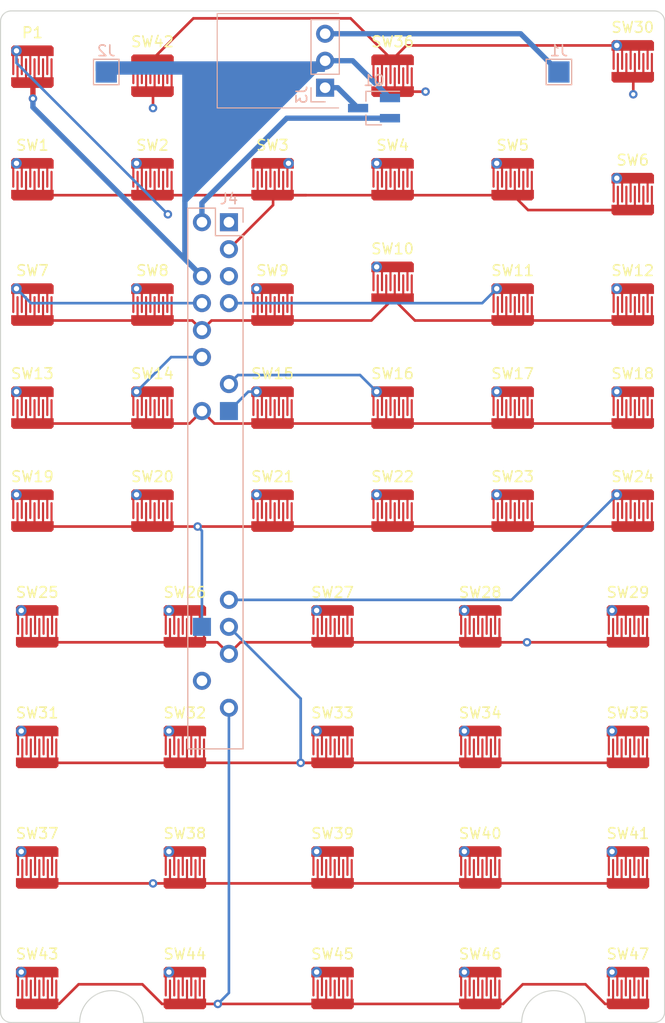
<source format=kicad_pcb>
(kicad_pcb (version 20221018) (generator pcbnew)
  (layers (0 "F.Cu" signal) (1 "In1.Cu" signal) (2 "In2.Cu" signal) (31 "B.Cu" signal) (34 "B.Paste" user) (35 "F.Paste" user) (36 "B.SilkS" user "B.Silkscreen") (37 "F.SilkS" user "F.Silkscreen") (38 "B.Mask" user) (39 "F.Mask" user) (44 "Edge.Cuts" user))
  (net 0 "")
  (net 1 "GPIO3")
  (net 2 "C1")
  (net 3 "R1")
  (net 4 "C2")
  (net 5 "C3")
  (net 6 "C4")
  (net 7 "C5")
  (net 8 "C6")
  (net 9 "R2")
  (net 10 "R3")
  (net 11 "R4")
  (net 12 "R5")
  (net 13 "R6")
  (net 14 "R7")
  (net 15 "R8")
  (net 16 "GNDPWR")
  (net 17 "Net-(J3-Pin_1)")
  (net 18 "+5V")
  (net 19 "+BATT")
  (net 20 "+3V3")
  (footprint "fx82:RubberDome_Switch" (layer "F.Cu") (at 75.25 79.9)
    (fp_text reference "SW7")
    (fp_text value "SW_Push" hide)
  )
  (footprint "fx82:RubberDome_Switch" (layer "F.Cu") (at 97.85 89.6)
    (fp_text reference "SW15")
    (fp_text value "SW_Push" hide)
  )
  (footprint "fx82:RubberDome_Switch" (layer "F.Cu") (at 86.55 68.1)
    (fp_text reference "SW2")
    (fp_text value "SW_Push" hide)
  )
  (footprint "fx82:RubberDome_Switch" (layer "F.Cu") (at 131.75 89.6)
    (fp_text reference "SW18")
    (fp_text value "SW_Push" hide)
  )
  (footprint "fx82:RubberDome_Switch" (layer "F.Cu") (at 75.25 99.3)
    (fp_text reference "SW19")
    (fp_text value "SW_Push" hide)
  )
  (footprint "fx82:RubberDome_Switch_NoHole" (layer "F.Cu") (at 86.55 58.35)
    (fp_text reference "SW42")
    (fp_text value "Home" hide)
  )
  (footprint "fx82:RubberDome_Switch" (layer "F.Cu") (at 89.6 121.55)
    (fp_text reference "SW32")
    (fp_text value "SW_Push" hide)
  )
  (footprint "fx82:RubberDome_Switch" (layer "F.Cu") (at 120.45 68.1)
    (fp_text reference "SW5")
    (fp_text value "SW_Push" hide)
  )
  (footprint "fx82:RubberDome_Switch" (layer "F.Cu") (at 103.5 110.2)
    (fp_text reference "SW27")
    (fp_text value "SW_Push" hide)
  )
  (footprint "fx82:RubberDome_Switch" (layer "F.Cu") (at 103.5 132.9)
    (fp_text reference "SW39")
    (fp_text value "SW_Push" hide)
  )
  (footprint "fx82:RubberDome_Switch" (layer "F.Cu") (at 103.5 144.25)
    (fp_text reference "SW45")
    (fp_text value "SW_Push" hide)
  )
  (footprint "fx82:RubberDome_Switch" (layer "F.Cu") (at 103.5 121.55)
    (fp_text reference "SW33")
    (fp_text value "SW_Push" hide)
  )
  (footprint "fx82:RubberDome_Switch" (layer "F.Cu") (at 75.7 110.2)
    (fp_text reference "SW25")
    (fp_text value "SW_Push" hide)
  )
  (footprint "Module:Raspberry_Pi_Zero_Socketed_THT_FaceDown_MountingHoles" (layer "F.Cu") (at 93.745 72.145)
    (fp_text reference "J4")
    (fp_text value "Raspberry_Pi_2_3")
  )
  (footprint "fx82:RubberDome_Switch" (layer "F.Cu") (at 75.7 144.25)
    (fp_text reference "SW43")
    (fp_text value "SW_Push" hide)
  )
  (footprint "fx82:RubberDome_Switch" (layer "F.Cu") (at 75.25 57.5)
    (fp_text reference "P1")
    (fp_text value "Power Button" hide)
  )
  (footprint "fx82:RubberDome_Switch" (layer "F.Cu") (at 86.55 89.6)
    (fp_text reference "SW14")
    (fp_text value "SW_Push" hide)
  )
  (footprint "fx82:RubberDome_Switch" (layer "F.Cu") (at 131.75 69.5)
    (fp_text reference "SW6")
    (fp_text value "SW_Push" hide)
  )
  (footprint "fx82:RubberDome_Switch" (layer "F.Cu") (at 75.7 132.9)
    (fp_text reference "SW37")
    (fp_text value "SW_Push" hide)
  )
  (footprint "fx82:RubberDome_Switch" (layer "F.Cu") (at 89.6 144.25)
    (fp_text reference "SW44")
    (fp_text value "SW_Push" hide)
  )
  (footprint "fx82:RubberDome_Switch" (layer "F.Cu") (at 97.85 79.9)
    (fp_text reference "SW9")
    (fp_text value "SW_Push" hide)
  )
  (footprint "fx82:RubberDome_Switch" (layer "F.Cu") (at 131.3 132.9)
    (fp_text reference "SW41")
    (fp_text value "SW_Push" hide)
  )
  (footprint "fx82:RubberDome_Switch" (layer "F.Cu") (at 89.6 132.9)
    (fp_text reference "SW38")
    (fp_text value "SW_Push" hide)
  )
  (footprint "fx82:RubberDome_Switch" (layer "F.Cu") (at 97.85 99.3)
    (fp_text reference "SW21")
    (fp_text value "SW_Push" hide)
  )
  (footprint "fx82:RubberDome_Switch" (layer "F.Cu") (at 75.25 68.1)
    (fp_text reference "SW1")
    (fp_text value "SW_Push" hide)
  )
  (footprint "fx82:RubberDome_Switch" (layer "F.Cu") (at 86.55 79.9)
    (fp_text reference "SW8")
    (fp_text value "SW_Push" hide)
  )
  (footprint "fx82:RubberDome_Switch" (layer "F.Cu") (at 97.85 68.1)
    (fp_text reference "SW3")
    (fp_text value "SW_Push" hide)
  )
  (footprint "fx82:RubberDome_Switch" (layer "F.Cu") (at 131.3 110.2)
    (fp_text reference "SW29")
    (fp_text value "SW_Push" hide)
  )
  (footprint "fx82:RubberDome_Switch" (layer "F.Cu") (at 75.7 121.55)
    (fp_text reference "SW31")
    (fp_text value "SW_Push" hide)
  )
  (footprint "fx82:RubberDome_Switch" (layer "F.Cu") (at 131.3 121.55)
    (fp_text reference "SW35")
    (fp_text value "SW_Push" hide)
  )
  (footprint "fx82:RubberDome_Switch" (layer "F.Cu") (at 75.25 89.6)
    (fp_text reference "SW13")
    (fp_text value "SW_Push" hide)
  )
  (footprint "fx82:RubberDome_Switch" (layer "F.Cu") (at 131.3 144.25)
    (fp_text reference "SW47")
    (fp_text value "SW_Push" hide)
  )
  (footprint "fx82:RubberDome_Switch" (layer "F.Cu") (at 117.4 121.55)
    (fp_text reference "SW34")
    (fp_text value "SW_Push" hide)
  )
  (footprint "fx82:RubberDome_Switch" (layer "F.Cu") (at 131.75 57)
    (fp_text reference "SW30")
    (fp_text value "Previous" hide)
  )
  (footprint "fx82:RubberDome_Switch" (layer "F.Cu") (at 109.15 68.1)
    (fp_text reference "SW4")
    (fp_text value "SW_Push" hide)
  )
  (footprint "fx82:RubberDome_Switch" (layer "F.Cu") (at 109.15 77.85)
    (fp_text reference "SW10")
    (fp_text value "SW_Push" hide)
  )
  (footprint "fx82:RubberDome_Switch" (layer "F.Cu") (at 131.75 79.9)
    (fp_text reference "SW12")
    (fp_text value "SW_Push" hide)
  )
  (footprint "fx82:RubberDome_Switch_NoHole" (layer "F.Cu") (at 109.15 58.35)
    (fp_text reference locked "SW36")
    (fp_text value "UpArrow" hide)
  )
  (footprint "fx82:RubberDome_Switch" (layer "F.Cu") (at 120.45 79.9)
    (fp_text reference "SW11")
    (fp_text value "SW_Push" hide)
  )
  (footprint "fx82:RubberDome_Switch" (layer "F.Cu") (at 109.15 89.6)
    (fp_text reference "SW16")
    (fp_text value "SW_Push" hide)
  )
  (footprint "fx82:RubberDome_Switch" (layer "F.Cu") (at 89.6 110.2)
    (fp_text reference "SW26")
    (fp_text value "SW_Push" hide)
  )
  (footprint "fx82:RubberDome_Switch" (layer "F.Cu") (at 120.45 89.6)
    (fp_text reference "SW17")
    (fp_text value "SW_Push" hide)
  )
  (footprint "fx82:RubberDome_Switch" (layer "F.Cu") (at 117.4 132.9)
    (fp_text reference "SW40")
    (fp_text value "SW_Push" hide)
  )
  (footprint "fx82:RubberDome_Switch" (layer "F.Cu") (at 109.15 99.3)
    (fp_text reference "SW22")
    (fp_text value "SW_Push" hide)
  )
  (footprint "fx82:RubberDome_Switch" (layer "F.Cu") (at 117.4 110.2)
    (fp_text reference "SW28")
    (fp_text value "SW_Push" hide)
  )
  (footprint "fx82:RubberDome_Switch" (layer "F.Cu") (at 120.45 99.3)
    (fp_text reference "SW23")
    (fp_text value "SW_Push" hide)
  )
  (footprint "fx82:RubberDome_Switch" (layer "F.Cu") (at 117.4 144.25)
    (fp_text reference "SW46")
    (fp_text value "SW_Push" hide)
  )
  (footprint "fx82:RubberDome_Switch" (layer "F.Cu") (at 131.75 99.3)
    (fp_text reference "SW24")
    (fp_text value "SW_Push" hide)
  )
  (footprint "fx82:RubberDome_Switch" (layer "F.Cu") (at 86.55 99.3)
    (fp_text reference "SW20")
    (fp_text value "SW_Push" hide)
  )
  (footprint "Connector_PinHeader_2.54mm:PinHeader_1x03_P2.54mm_Vertical" (layer "B.Cu") (at 102.8 59.48)
    (fp_text reference "J3")
    (fp_text value "U1V10F5")
  )
  (footprint "TestPoint:TestPoint_Pad_2.0x2.0mm" (layer "B.Cu") (at 124.8 58 180)
    (fp_text reference "J1")
    (fp_text value "VBAT")
  )
  (footprint "Package_TO_SOT_SMD:SOT-23_Handsoldering" (layer "B.Cu") (at 107.4 61.4 180)
    (fp_text reference "Q1")
    (fp_text value "MMFTP3401")
  )
  (footprint "TestPoint:TestPoint_Pad_2.0x2.0mm" (layer "B.Cu") (at 82.2 58 180)
    (fp_text reference "J2")
    (fp_text value "GND")
  )
  (gr_line (start 104.07 61.385) (end 92.64 61.385) (stroke (width 0.1)) (layer "B.SilkS"))
  (gr_line (start 92.64 61.385) (end 92.64 52.495) (stroke (width 0.1)) (layer "B.SilkS"))
  (gr_line (start 92.64 52.495) (end 104.07 52.495) (stroke (width 0.1)) (layer "B.SilkS"))
  (gr_line (start 85.7 147.5) (end 121.3 147.5) (stroke (width 0.1)) (layer "Edge.Cuts"))
  (gr_arc (start 73.250001 147.499999) (mid 72.542894 147.207106) (end 72.250001 146.499999) (stroke (width 0.1)) (layer "Edge.Cuts"))
  (gr_arc (start 121.3 147.5) (mid 124.3 144.5) (end 127.3 147.5) (stroke (width 0.1)) (layer "Edge.Cuts"))
  (gr_line (start 133.75 52.25) (end 73.250001 52.249999) (stroke (width 0.1)) (layer "Edge.Cuts"))
  (gr_line (start 73.250001 147.499999) (end 79.7 147.5) (stroke (width 0.1)) (layer "Edge.Cuts"))
  (gr_arc (start 133.75 52.25) (mid 134.457107 52.542893) (end 134.75 53.25) (stroke (width 0.1)) (layer "Edge.Cuts"))
  (gr_arc (start 72.250001 53.249999) (mid 72.542895 52.542893) (end 73.250001 52.249999) (stroke (width 0.1)) (layer "Edge.Cuts"))
  (gr_line (start 72.250001 53.249999) (end 72.250001 146.499999) (stroke (width 0.1)) (layer "Edge.Cuts"))
  (gr_arc (start 79.7 147.5) (mid 82.7 144.5) (end 85.7 147.5) (stroke (width 0.1)) (layer "Edge.Cuts"))
  (gr_arc (start 134.75 146.5) (mid 134.457107 147.207107) (end 133.75 147.5) (stroke (width 0.1)) (layer "Edge.Cuts"))
  (gr_line (start 134.75 146.5) (end 134.75 53.25) (stroke (width 0.1)) (layer "Edge.Cuts"))
  (gr_line (start 127.3 147.5) (end 133.75 147.5) (stroke (width 0.1)) (layer "Edge.Cuts"))
  (via (at 88 71.4) (size 0.8) (drill 0.4) (layers "F.Cu" "B.Cu") (net 1))
  (segment (start 73.75 57.15) (end 73.75 56) (width 0.25) (layer "B.Cu") (net 1))
  (segment (start 88 71.4) (end 73.75 57.15) (width 0.25) (layer "B.Cu") (net 1))
  (segment (start 73.75 78.4) (end 75.115 79.765) (width 0.25) (layer "B.Cu") (net 2))
  (segment (start 75.115 79.765) (end 91.205 79.765) (width 0.25) (layer "B.Cu") (net 2))
  (segment (start 97.9 70.53) (end 97.9 69.6) (width 0.25) (layer "F.Cu") (net 3))
  (segment (start 75.3 69.6) (end 101 69.6) (width 0.25) (layer "F.Cu") (net 3))
  (segment (start 97.9 69.6) (end 101 69.6) (width 0.25) (layer "F.Cu") (net 3))
  (segment (start 121.9 71) (end 131.8 71) (width 0.25) (layer "F.Cu") (net 3))
  (segment (start 101 69.6) (end 120.5 69.6) (width 0.25) (layer "F.Cu") (net 3))
  (segment (start 93.745 74.685) (end 97.9 70.53) (width 0.25) (layer "F.Cu") (net 3))
  (segment (start 120.5 69.6) (end 121.9 71) (width 0.25) (layer "F.Cu") (net 3))
  (segment (start 88.305 84.845) (end 85.05 88.1) (width 0.25) (layer "B.Cu") (net 4))
  (segment (start 91.205 84.845) (end 88.305 84.845) (width 0.25) (layer "B.Cu") (net 4))
  (segment (start 95.57 88.1) (end 93.745 89.925) (width 0.25) (layer "B.Cu") (net 5))
  (segment (start 96.35 88.1) (end 95.57 88.1) (width 0.25) (layer "B.Cu") (net 5))
  (segment (start 93.745 87.385) (end 94.595 86.535) (width 0.25) (layer "B.Cu") (net 6))
  (segment (start 106.085 86.535) (end 107.65 88.1) (width 0.25) (layer "B.Cu") (net 6))
  (segment (start 94.595 86.535) (end 106.085 86.535) (width 0.25) (layer "B.Cu") (net 6))
  (segment (start 93.745 79.765) (end 117.585 79.765) (width 0.25) (layer "B.Cu") (net 7))
  (segment (start 117.585 79.765) (end 118.95 78.4) (width 0.25) (layer "B.Cu") (net 7))
  (segment (start 109.1 56.85) (end 110.45 55.5) (width 0.25) (layer "F.Cu") (net 8))
  (segment (start 110.45 55.5) (end 131.7 55.5) (width 0.25) (layer "F.Cu") (net 8))
  (segment (start 90.4 52.95) (end 105.2 52.95) (width 0.25) (layer "F.Cu") (net 8))
  (segment (start 86.5 56.85) (end 90.4 52.95) (width 0.25) (layer "F.Cu") (net 8))
  (segment (start 105.2 52.95) (end 109.1 56.85) (width 0.25) (layer "F.Cu") (net 8))
  (segment (start 93.745 107.705) (end 120.345 107.705) (width 0.25) (layer "B.Cu") (net 8))
  (segment (start 120.345 107.705) (end 130.25 97.8) (width 0.25) (layer "B.Cu") (net 8))
  (segment (start 90.3 81.4) (end 91.205 82.305) (width 0.25) (layer "F.Cu") (net 9))
  (segment (start 92.11 81.4) (end 97.9 81.4) (width 0.25) (layer "F.Cu") (net 9))
  (segment (start 91.205 82.305) (end 92.11 81.4) (width 0.25) (layer "F.Cu") (net 9))
  (segment (start 111.25 81.4) (end 131.8 81.4) (width 0.25) (layer "F.Cu") (net 9))
  (segment (start 107.15 81.4) (end 109.2 79.35) (width 0.25) (layer "F.Cu") (net 9))
  (segment (start 75.3 81.4) (end 86.6 81.4) (width 0.25) (layer "F.Cu") (net 9))
  (segment (start 86.6 81.4) (end 90.3 81.4) (width 0.25) (layer "F.Cu") (net 9))
  (segment (start 97.9 81.4) (end 107.15 81.4) (width 0.25) (layer "F.Cu") (net 9))
  (segment (start 109.2 79.35) (end 111.25 81.4) (width 0.25) (layer "F.Cu") (net 9))
  (segment (start 86.6 91.1) (end 90.03 91.1) (width 0.25) (layer "F.Cu") (net 10))
  (segment (start 90.03 91.1) (end 91.205 89.925) (width 0.25) (layer "F.Cu") (net 10))
  (segment (start 86.6 91.1) (end 75.3 91.1) (width 0.25) (layer "F.Cu") (net 10))
  (segment (start 92.38 91.1) (end 91.205 89.925) (width 0.25) (layer "F.Cu") (net 10))
  (segment (start 97.9 91.1) (end 92.38 91.1) (width 0.25) (layer "F.Cu") (net 10))
  (segment (start 131.8 91.1) (end 97.9 91.1) (width 0.25) (layer "F.Cu") (net 10))
  (segment (start 90.8 100.8) (end 131.8 100.8) (width 0.25) (layer "F.Cu") (net 11))
  (segment (start 75.3 100.8) (end 90.8 100.8) (width 0.25) (layer "F.Cu") (net 11))
  (via (at 90.8 100.8) (size 0.8) (drill 0.4) (layers "F.Cu" "B.Cu") (net 11))
  (segment (start 91.205 101.205) (end 90.8 100.8) (width 0.25) (layer "B.Cu") (net 11))
  (segment (start 91.205 110.245) (end 91.205 101.205) (width 0.25) (layer "B.Cu") (net 11))
  (segment (start 93.745 112.785) (end 94.83 111.7) (width 0.25) (layer "F.Cu") (net 12))
  (segment (start 121.8 111.7) (end 131.35 111.7) (width 0.25) (layer "F.Cu") (net 12))
  (segment (start 103.55 111.7) (end 121.8 111.7) (width 0.25) (layer "F.Cu") (net 12))
  (segment (start 94.83 111.7) (end 103.55 111.7) (width 0.25) (layer "F.Cu") (net 12))
  (segment (start 89.65 111.7) (end 92.66 111.7) (width 0.25) (layer "F.Cu") (net 12))
  (segment (start 92.66 111.7) (end 93.745 112.785) (width 0.25) (layer "F.Cu") (net 12))
  (segment (start 131.8 58.5) (end 131.8 60.1) (width 0.25) (layer "F.Cu") (net 12))
  (segment (start 75.75 111.7) (end 89.65 111.7) (width 0.25) (layer "F.Cu") (net 12))
  (via (at 121.8 111.7) (size 0.8) (drill 0.4) (layers "F.Cu" "B.Cu") (net 12))
  (via (at 131.8 60.1) (size 0.8) (drill 0.4) (layers "F.Cu" "B.Cu") (net 12))
  (segment (start 103.55 123.05) (end 100.5 123.05) (width 0.25) (layer "F.Cu") (net 13))
  (segment (start 75.75 123.05) (end 100.5 123.05) (width 0.25) (layer "F.Cu") (net 13))
  (segment (start 109.2 59.85) (end 112.25 59.85) (width 0.25) (layer "F.Cu") (net 13))
  (segment (start 100.5 123.05) (end 131.35 123.05) (width 0.25) (layer "F.Cu") (net 13))
  (via (at 112.25 59.85) (size 0.8) (drill 0.4) (layers "F.Cu" "B.Cu") (net 13))
  (via (at 100.5 123.05) (size 0.8) (drill 0.4) (layers "F.Cu" "B.Cu") (net 13))
  (segment (start 100.5 123.05) (end 100.5 117) (width 0.25) (layer "B.Cu") (net 13))
  (segment (start 100.5 117) (end 93.745 110.245) (width 0.25) (layer "B.Cu") (net 13))
  (segment (start 75.75 134.4) (end 86.6 134.4) (width 0.25) (layer "F.Cu") (net 14))
  (segment (start 86.6 134.4) (end 131.35 134.4) (width 0.25) (layer "F.Cu") (net 14))
  (segment (start 86.6 59.85) (end 86.6 61.4) (width 0.25) (layer "F.Cu") (net 14))
  (via (at 86.6 61.4) (size 0.8) (drill 0.4) (layers "F.Cu" "B.Cu") (net 14))
  (via (at 86.6 134.4) (size 0.8) (drill 0.4) (layers "F.Cu" "B.Cu") (net 14))
  (segment (start 89.65 145.75) (end 87.45 145.75) (width 0.25) (layer "F.Cu") (net 15))
  (segment (start 131.35 145.75) (end 129.15 145.75) (width 0.25) (layer "F.Cu") (net 15))
  (segment (start 79.6 143.9) (end 77.75 145.75) (width 0.25) (layer "F.Cu") (net 15))
  (segment (start 85.6 143.9) (end 79.6 143.9) (width 0.25) (layer "F.Cu") (net 15))
  (segment (start 127.3 143.9) (end 121.4 143.9) (width 0.25) (layer "F.Cu") (net 15))
  (segment (start 89.65 145.75) (end 92.7 145.75) (width 0.25) (layer "F.Cu") (net 15))
  (segment (start 117.45 145.75) (end 119.55 145.75) (width 0.25) (layer "F.Cu") (net 15))
  (segment (start 87.45 145.75) (end 85.6 143.9) (width 0.25) (layer "F.Cu") (net 15))
  (segment (start 119.55 145.75) (end 121.4 143.9) (width 0.25) (layer "F.Cu") (net 15))
  (segment (start 129.15 145.75) (end 127.3 143.9) (width 0.25) (layer "F.Cu") (net 15))
  (segment (start 92.7 145.75) (end 117.45 145.75) (width 0.25) (layer "F.Cu") (net 15))
  (segment (start 77.75 145.75) (end 75.75 145.75) (width 0.25) (layer "F.Cu") (net 15))
  (via (at 92.7 145.75) (size 0.8) (drill 0.4) (layers "F.Cu" "B.Cu") (net 15))
  (segment (start 93.745 144.705) (end 93.745 117.865) (width 0.25) (layer "B.Cu") (net 15))
  (segment (start 92.7 145.75) (end 93.745 144.705) (width 0.25) (layer "B.Cu") (net 15))
  (segment (start 75.3 59) (end 75.3 60.5) (width 0.5) (layer "F.Cu") (net 16))
  (via (at 75.3 60.5) (size 0.8) (drill 0.4) (layers "F.Cu" "B.Cu") (net 16))
  (segment (start 89.6 75.62) (end 89.6 70.14) (width 0.5) (layer "B.Cu") (net 16))
  (segment (start 89.6 70.14) (end 102.8 56.94) (width 0.5) (layer "B.Cu") (net 16))
  (segment (start 91.205 77.225) (end 89.6 75.62) (width 0.5) (layer "B.Cu") (net 16))
  (segment (start 102.8 56.94) (end 105.39 56.94) (width 0.5) (layer "B.Cu") (net 16))
  (segment (start 75.3 60.5) (end 75.3 61.32) (width 0.5) (layer "B.Cu") (net 16))
  (segment (start 82.2 58) (end 89.6 58) (width 0.5) (layer "B.Cu") (net 16))
  (segment (start 105.39 56.94) (end 108.9 60.45) (width 0.5) (layer "B.Cu") (net 16))
  (segment (start 89.6 58) (end 101.74 58) (width 0.5) (layer "B.Cu") (net 16))
  (segment (start 101.74 58) (end 102.8 56.94) (width 0.5) (layer "B.Cu") (net 16))
  (segment (start 89.6 70.14) (end 89.6 58) (width 0.5) (layer "B.Cu") (net 16))
  (segment (start 75.3 61.32) (end 91.205 77.225) (width 0.5) (layer "B.Cu") (net 16))
  (segment (start 102.8 59.48) (end 103.98 59.48) (width 0.5) (layer "B.Cu") (net 17))
  (segment (start 103.98 59.48) (end 105.9 61.4) (width 0.5) (layer "B.Cu") (net 17))
  (segment (start 91.205 70.330786) (end 99.185786 62.35) (width 0.5) (layer "B.Cu") (net 18))
  (segment (start 91.205 72.145) (end 91.205 70.330786) (width 0.5) (layer "B.Cu") (net 18))
  (segment (start 99.185786 62.35) (end 108.9 62.35) (width 0.5) (layer "B.Cu") (net 18))
  (segment (start 102.8 54.4) (end 121.2 54.4) (width 0.5) (layer "B.Cu") (net 19))
  (segment (start 121.2 54.4) (end 124.8 58) (width 0.5) (layer "B.Cu") (net 19))
  (zone (net 16) (net_name "GNDPWR") (layer "B.Cu") (priority 1) (connect_pads yes (clearance 0.1)) (min_thickness 0.25) (fill yes (thermal_gap 0.5) (thermal_bridge_width 0.5))
    (polygon (pts (xy 102.8 58) (xy 102.8 57) (xy 81.2 57) (xy 81.2 58)))
  )
  (zone (net 16) (net_name "GNDPWR") (layer "B.Cu") (connect_pads (clearance 0.1)) (min_thickness 0.25) (fill yes (thermal_gap 0.5) (thermal_bridge_width 0.5))
    (polygon (pts (xy 89.6 58) (xy 101.75 58) (xy 89.6 70.15)))
  )
)
</source>
